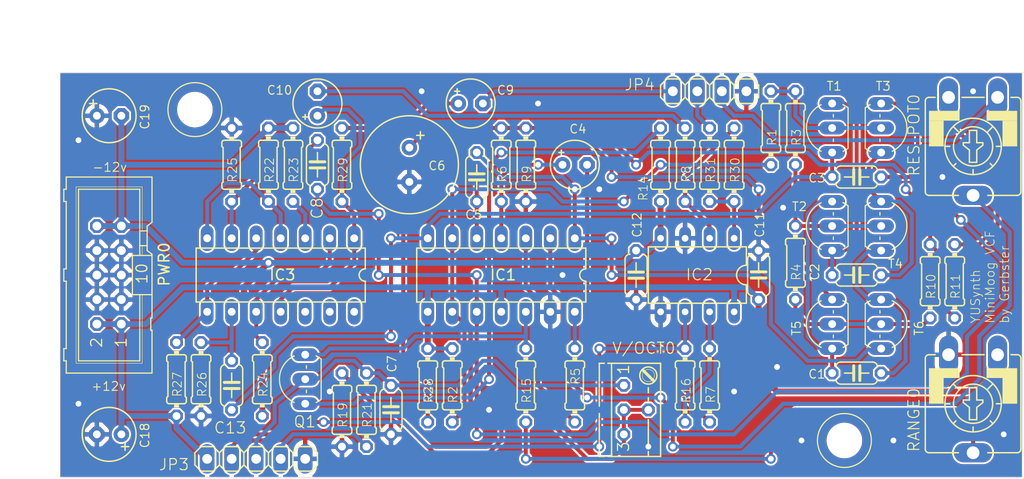
<source format=kicad_pcb>
(kicad_pcb (version 20240108) (generator "pcbnew") (generator_version "8.0")
  (layers (0 "F.Cu" signal) (31 "B.Cu" signal) (34 "B.Paste" user) (35 "F.Paste" user) (36 "B.SilkS" user "B.Silkscreen") (37 "F.SilkS" user "F.Silkscreen") (38 "B.Mask" user) (39 "F.Mask" user) (44 "Edge.Cuts" user))
  (net 0 "")
  (net 1 "+12V")
  (net 2 "N$2")
  (net 3 "N$3")
  (net 4 "N$4")
  (net 5 "N$5")
  (net 6 "N$6")
  (net 7 "N$7")
  (net 8 "N$8")
  (net 9 "N$9")
  (net 10 "N$10")
  (net 11 "N$11")
  (net 12 "N$1")
  (net 13 "N$12")
  (net 14 "N$14")
  (net 15 "GND")
  (net 16 "N$13")
  (net 17 "N$15")
  (net 18 "N$17")
  (net 19 "N$18")
  (net 20 "N$21")
  (net 21 "N$22")
  (net 22 "M_EMP_A")
  (net 23 "M_CV")
  (net 24 "N$25")
  (net 25 "-12V")
  (net 26 "N$26")
  (net 27 "M_AI")
  (net 28 "M_FREQ")
  (net 29 "N$34")
  (net 30 "N$35")
  (net 31 "N$36")
  (net 32 "N$38")
  (net 33 "N$39")
  (net 34 "N$40")
  (net 35 "N$42")
  (net 36 "M_EMP_B")
  (net 37 "N$32")
  (net 38 "N$41")
  (net 39 "N$43")
  (net 40 "M_OUT")
  (net 41 "N$16")
  (net 42 "N$19")
  (net 43 "N$20")
  (net 44 "N$23")
  (footprint "mainboard:DIL14" (layer "F.Cu") (at 121.5136 105.0036 180)
    (property "Reference" "IC3")
    (property "Value" "CA3046")
  )
  (footprint "mainboard:DIL14" (layer "F.Cu") (at 144.3736 105.0036 180)
    (property "Reference" "IC1")
    (property "Value" "CA3046")
  )
  (footprint "mainboard:1X05" (layer "F.Cu") (at 118.9736 124.0536 180)
    (property "Reference" "JP3")
    (property "Value" "")
  )
  (footprint "mainboard:ML10" (layer "F.Cu") (at 103.7336 105.0036 90)
    (property "Reference" "PWR0")
    (property "Value" "")
  )
  (footprint "mainboard:0204_7" (layer "F.Cu") (at 174.8536 89.7636 90)
    (property "Reference" "R3")
    (property "Value" "150")
  )
  (footprint "mainboard:CA9V" (layer "F.Cu") (at 193.2686 91.6686 180)
    (property "Reference" "RES_POT0")
    (property "Value" "1k")
  )
  (footprint "mainboard:E2,5-6" (layer "F.Cu") (at 103.7336 88.4936)
    (property "Reference" "C19")
    (property "Value" "10uF/50v")
  )
  (footprint "mainboard:1X04" (layer "F.Cu") (at 165.9636 85.9536 180)
    (property "Reference" "JP4")
    (property "Value" "")
  )
  (footprint "mainboard:0204_7" (layer "F.Cu") (at 163.4236 93.5736 90)
    (property "Reference" "R8")
    (property "Value" "56k")
  )
  (footprint "mainboard:0204_7" (layer "F.Cu") (at 119.6086 115.7986 90)
    (property "Reference" "R24")
    (property "Value" "220k")
  )
  (footprint "mainboard:0204_7" (layer "F.Cu") (at 136.7536 116.4336 90)
    (property "Reference" "R28")
    (property "Value" "180")
  )
  (footprint "mainboard:C050-024X044" (layer "F.Cu") (at 125.3236 93.5736 -90)
    (property "Reference" "C8")
    (property "Value" "220nf")
  )
  (footprint "mainboard:E3,5-10" (layer "F.Cu") (at 134.8486 93.5736 -90)
    (property "Reference" "C6")
    (property "Value" "220uf/50v")
  )
  (footprint "mainboard:0204_7" (layer "F.Cu") (at 191.3636 105.6386 90)
    (property "Reference" "R11")
    (property "Value" "330")
  )
  (footprint "mainboard:0204_7" (layer "F.Cu") (at 139.2936 116.4336 90)
    (property "Reference" "R2")
    (property "Value" "330")
  )
  (footprint "mainboard:TO92-CBE" (layer "F.Cu") (at 178.6636 99.9236 90)
    (property "Reference" "T2")
    (property "Value" "BC547C")
  )
  (footprint "mainboard:E2,5-6" (layer "F.Cu") (at 103.7336 121.5136 180)
    (property "Reference" "C18")
    (property "Value" "10uF/50v")
  )
  (footprint "mainboard:0204_7" (layer "F.Cu") (at 130.4036 118.9736 -90)
    (property "Reference" "R21")
    (property "Value" "150k")
  )
  (footprint "mainboard:0204_7" (layer "F.Cu") (at 165.9636 116.4336 90)
    (property "Reference" "R7")
    (property "Value" "10k")
  )
  (footprint "" (layer "F.Cu") (at 112.6236 87.8586)
    (property "Reference" "@HOLE0" (hide yes))
    (property "Value" "")
  )
  (footprint "mainboard:0204_7" (layer "F.Cu") (at 144.3736 93.5736 -90)
    (property "Reference" "R6")
    (property "Value" "470")
  )
  (footprint "mainboard:C050-024X044" (layer "F.Cu") (at 181.2036 115.1636)
    (property "Reference" "C1")
    (property "Value" "47nf")
  )
  (footprint "" (layer "F.Cu") (at 179.9336 122.1486)
    (property "Reference" "@HOLE1" (hide yes))
    (property "Value" "")
  )
  (footprint "mainboard:0204_7" (layer "F.Cu") (at 165.9636 93.5736 -90)
    (property "Reference" "R31")
    (property "Value" "1k")
  )
  (footprint "mainboard:TO92-CBE" (layer "F.Cu") (at 183.7436 89.7636 -90)
    (property "Reference" "T3")
    (property "Value" "BC547C")
  )
  (footprint "mainboard:0204_7" (layer "F.Cu") (at 113.2586 115.7986 90)
    (property "Reference" "R26")
    (property "Value" "47k")
  )
  (footprint "mainboard:0204_7" (layer "F.Cu") (at 151.9936 116.4336 -90)
    (property "Reference" "R5")
    (property "Value" "1k")
  )
  (footprint "mainboard:C050-024X044" (layer "F.Cu") (at 141.8336 94.8436 90)
    (property "Reference" "C5")
    (property "Value" "47nf")
  )
  (footprint "mainboard:0204_7" (layer "F.Cu") (at 168.5036 93.5736 90)
    (property "Reference" "R30")
    (property "Value" "120k")
  )
  (footprint "mainboard:C050-024X044" (layer "F.Cu") (at 181.2036 105.0036)
    (property "Reference" "C2")
    (property "Value" "47nf")
  )
  (footprint "mainboard:0204_7" (layer "F.Cu") (at 146.9136 116.4336 90)
    (property "Reference" "R15")
    (property "Value" "100k")
  )
  (footprint "mainboard:TO92-CBE" (layer "F.Cu") (at 178.6636 89.7636 90)
    (property "Reference" "T1")
    (property "Value" "BC547C")
  )
  (footprint "mainboard:C050-024X044" (layer "F.Cu") (at 158.3436 105.0036 -90)
    (property "Reference" "C12")
    (property "Value" ".1uf")
  )
  (footprint "mainboard:0204_7" (layer "F.Cu") (at 122.7836 93.5736 -90)
    (property "Reference" "R23")
    (property "Value" "1k")
  )
  (footprint "mainboard:DIL08" (layer "F.Cu") (at 164.6936 105.0036 180)
    (property "Reference" "IC2")
    (property "Value" "TL072P")
  )
  (footprint "mainboard:C050-024X044" (layer "F.Cu") (at 116.4336 116.4336 -90)
    (property "Reference" "C13")
    (property "Value" "220nf")
  )
  (footprint "mainboard:S64YW" (layer "F.Cu") (at 158.3436 118.9736 90)
    (property "Reference" "V/OCT0")
    (property "Value" "500")
  )
  (footprint "mainboard:CA9V" (layer "F.Cu") (at 193.2686 118.3386 180)
    (property "Reference" "RANGE0")
    (property "Value" "10k")
  )
  (footprint "mainboard:0204_7" (layer "F.Cu") (at 146.9136 93.5736 90)
    (property "Reference" "R9")
    (property "Value" "220")
  )
  (footprint "mainboard:TO92-CBE" (layer "F.Cu") (at 183.7436 110.0836 -90)
    (property "Reference" "T6")
    (property "Value" "BC547C")
  )
  (footprint "mainboard:C050-024X044" (layer "F.Cu") (at 171.0436 105.0036 90)
    (property "Reference" "C11")
    (property "Value" ".1uf")
  )
  (footprint "mainboard:TO92-CBE" (layer "F.Cu") (at 178.6636 110.0836 90)
    (property "Reference" "T5")
    (property "Value" "BC547C")
  )
  (footprint "mainboard:0204_7" (layer "F.Cu") (at 116.4336 93.5736 -90)
    (property "Reference" "R25")
    (property "Value" "47k")
  )
  (footprint "mainboard:0204_7" (layer "F.Cu") (at 160.8836 93.5736 90)
    (property "Reference" "R14")
    (property "Value" "470")
  )
  (footprint "mainboard:TO92-CBE" (layer "F.Cu") (at 183.7436 99.9236 -90)
    (property "Reference" "T4")
    (property "Value" "BC547C")
  )
  (footprint "mainboard:E2,5-5" (layer "F.Cu") (at 141.1986 87.2236)
    (property "Reference" "C9")
    (property "Value" "10uf/50v")
  )
  (footprint "mainboard:0204_7" (layer "F.Cu") (at 172.3136 89.7636 -90)
    (property "Reference" "R1")
    (property "Value" "150")
  )
  (footprint "mainboard:0204_7" (layer "F.Cu") (at 127.8636 118.9736 90)
    (property "Reference" "R19")
    (property "Value" "1.8k")
  )
  (footprint "mainboard:0204_7" (layer "F.Cu") (at 127.8636 93.5736 90)
    (property "Reference" "R29")
    (property "Value" "1k")
  )
  (footprint "mainboard:0204_7" (layer "F.Cu") (at 163.4236 116.4336 90)
    (property "Reference" "R16")
    (property "Value" "56k")
  )
  (footprint "mainboard:0204_7" (layer "F.Cu") (at 120.2436 93.5736 -90)
    (property "Reference" "R22")
    (property "Value" "220k")
  )
  (footprint "mainboard:E2,5-5" (layer "F.Cu") (at 125.3236 87.2236 90)
    (property "Reference" "C10")
    (property "Value" "10uf/50v")
  )
  (footprint "mainboard:0204_7" (layer "F.Cu") (at 188.8236 105.6386 -90)
    (property "Reference" "R10")
    (property "Value" "150")
  )
  (footprint "mainboard:C050-024X044" (layer "F.Cu") (at 132.9436 118.9736 90)
    (property "Reference" "C7")
    (property "Value" "100p")
  )
  (footprint "mainboard:0204_7" (layer "F.Cu") (at 110.7186 115.7986 -90)
    (property "Reference" "R27")
    (property "Value" "22")
  )
  (footprint "mainboard:E2,5-5" (layer "F.Cu") (at 151.9936 93.5736)
    (property "Reference" "C4")
    (property "Value" "10uf/50v")
  )
  (footprint "mainboard:0204_7" (layer "F.Cu") (at 174.8536 103.7336 90)
    (property "Reference" "R4")
    (property "Value" "150")
  )
  (footprint "mainboard:C050-024X044" (layer "F.Cu") (at 181.2036 94.8436)
    (property "Reference" "C3")
    (property "Value" "47nf")
  )
  (footprint "mainboard:TO92-EBC" (layer "F.Cu") (at 122.7836 115.7986 90)
    (property "Reference" "Q1")
    (property "Value" "BC557C")
  )
  (gr_circle (center 179.9336 122.1486) (end 182.7276 122.1486) (stroke (width 0.127)) (fill none) (layer "F.SilkS"))
  (gr_circle (center 112.6236 87.8586) (end 115.4176 87.8586) (stroke (width 0.127)) (fill none) (layer "F.SilkS"))
  (gr_line (start 101.1936 84.0486) (end 100.5586 84.0486) (stroke (width 0.05)) (layer "Edge.Cuts"))
  (gr_line (start 98.6536 125.9586) (end 198.3486 125.9586) (stroke (width 0.05)) (layer "Edge.Cuts"))
  (gr_line (start 198.3486 84.0486) (end 101.1936 84.0486) (stroke (width 0.05)) (layer "Edge.Cuts"))
  (gr_line (start 198.3486 125.9586) (end 198.3486 84.0486) (stroke (width 0.05)) (layer "Edge.Cuts"))
  (gr_line (start 98.6536 84.0486) (end 98.6536 125.9586) (stroke (width 0.05)) (layer "Edge.Cuts"))
  (gr_line (start 100.5586 84.0486) (end 98.6536 84.0486) (stroke (width 0.05)) (layer "Edge.Cuts"))
  (gr_text "+12v" (at 101.8286 117.0686 0) (layer "F.SilkS") (effects (font (size 0.9144 0.9144) (thickness 0.1016)) (justify left bottom)))
  (gr_text "YUSynth\nMiniMoog VCF\nby Gerbster" (at 197.0786 110.0836 90) (layer "F.SilkS") (effects (font (size 0.93472 0.93472) (thickness 0.08128)) (justify left bottom)))
  (gr_text "-12v" (at 101.946166 94.365064 0) (layer "F.SilkS") (effects (font (size 0.9144 0.9144) (thickness 0.1016)) (justify left bottom)))
  (segment (start 195.8086 115.1636) (end 193.9036 117.0686) (width 0.6096) (layer "F.Cu") (net 1))
  (segment (start 193.9036 117.0686) (end 172.9486 117.0686) (width 0.6096) (layer "F.Cu") (net 1))
  (segment (start 195.8086 113.2586) (end 195.8086 115.1636) (width 0.6096) (layer "F.Cu") (net 1))
  (segment (start 136.7536 108.8136) (end 136.7536 112.6236) (width 0.6096) (layer "F.Cu") (net 1))
  (segment (start 172.9486 117.0686) (end 171.0436 115.1636) (width 0.6096) (layer "F.Cu") (net 1))
  (segment (start 171.0436 115.1636) (end 171.0436 107.5436) (width 0.6096) (layer "F.Cu") (net 1))
  (segment (start 144.3736 106.2736) (end 168.5036 106.2736) (width 0.6096) (layer "B.Cu") (net 1))
  (segment (start 107.5436 110.0836) (end 111.3536 106.2736) (width 0.6096) (layer "B.Cu") (net 1))
  (segment (start 144.3736 108.8136) (end 144.3736 106.2736) (width 0.6096) (layer "B.Cu") (net 1))
  (segment (start 105.0036 119.6086) (end 110.7186 119.6086) (width 0.6096) (layer "B.Cu") (net 1))
  (segment (start 105.0036 121.5136) (end 105.0036 119.6086) (width 0.6096) (layer "B.Cu") (net 1))
  (segment (start 105.0036 110.0836) (end 107.5436 110.0836) (width 0.6096) (layer "B.Cu") (net 1))
  (segment (start 105.0036 121.5136) (end 105.0036 110.0836) (width 0.6096) (layer "B.Cu") (net 1))
  (segment (start 102.4636 110.0836) (end 105.0036 110.0836) (width 0.6096) (layer "B.Cu") (net 1))
  (segment (start 111.3536 106.2736) (end 136.7536 106.2736) (width 0.6096) (layer "B.Cu") (net 1))
  (segment (start 110.7186 120.8786) (end 110.7186 119.6086) (width 0.6096) (layer "B.Cu") (net 1))
  (segment (start 169.7736 106.2736) (end 171.0436 107.5436) (width 0.6096) (layer "B.Cu") (net 1))
  (segment (start 113.8936 124.0536) (end 110.7186 120.8786) (width 0.6096) (layer "B.Cu") (net 1))
  (segment (start 168.5036 106.2736) (end 169.7736 106.2736) (width 0.6096) (layer "B.Cu") (net 1))
  (segment (start 136.7536 112.6236) (end 139.2936 112.6236) (width 0.4064) (layer "B.Cu") (net 1))
  (segment (start 168.5036 108.8136) (end 168.5036 106.2736) (width 0.6096) (layer "B.Cu") (net 1))
  (segment (start 136.7536 106.2736) (end 136.7536 108.8136) (width 0.6096) (layer "B.Cu") (net 1))
  (segment (start 144.3736 106.2736) (end 136.7536 106.2736) (width 0.6096) (layer "B.Cu") (net 1))
  (segment (start 160.8836 93.5736) (end 157.0736 97.3836) (width 0.4064) (layer "F.Cu") (net 2))
  (segment (start 139.2936 96.1136) (end 139.2936 101.1936) (width 0.4064) (layer "F.Cu") (net 2))
  (segment (start 140.5636 110.0836) (end 140.5636 118.9736) (width 0.4064) (layer "F.Cu") (net 2))
  (segment (start 139.2936 108.8136) (end 140.5636 110.0836) (width 0.4064) (layer "F.Cu") (net 2))
  (segment (start 140.5636 118.9736) (end 139.2936 120.2436) (width 0.4064) (layer "F.Cu") (net 2))
  (segment (start 139.2936 101.1936) (end 139.2936 108.8136) (width 0.4064) (layer "F.Cu") (net 2))
  (via (at 139.2936 96.1136) (size 1.0064) (drill 0.6) (layers "F.Cu" "B.Cu") (net 2))
  (via (at 160.8836 93.5736) (size 1.0064) (drill 0.6) (layers "F.Cu" "B.Cu") (net 2))
  (via (at 157.0736 97.3836) (size 1.0064) (drill 0.6) (layers "F.Cu" "B.Cu") (net 2))
  (segment (start 150.7236 97.3836) (end 149.4536 96.1136) (width 0.4064) (layer "B.Cu") (net 2))
  (segment (start 157.0736 97.3836) (end 150.7236 97.3836) (width 0.4064) (layer "B.Cu") (net 2))
  (segment (start 149.4536 96.1136) (end 139.2936 96.1136) (width 0.4064) (layer "B.Cu") (net 2))
  (segment (start 172.3136 93.5736) (end 160.8836 93.5736) (width 0.4064) (layer "B.Cu") (net 2))
  (segment (start 178.6636 92.3036) (end 178.6636 94.8436) (width 0.4064) (layer "F.Cu") (net 3))
  (segment (start 132.9436 111.3536) (end 132.9436 101.1936) (width 0.4064) (layer "F.Cu") (net 3))
  (via (at 132.9436 101.1936) (size 1.0064) (drill 0.6) (layers "F.Cu" "B.Cu") (net 3))
  (via (at 132.9436 111.3536) (size 1.0064) (drill 0.6) (layers "F.Cu" "B.Cu") (net 3))
  (segment (start 174.8536 94.8436) (end 178.6636 94.8436) (width 0.4064) (layer "B.Cu") (net 3))
  (segment (start 116.4336 118.9736) (end 120.8786 114.5286) (width 0.4064) (layer "B.Cu") (net 3))
  (segment (start 171.0436 98.6536) (end 174.8536 94.8436) (width 0.4064) (layer "B.Cu") (net 3))
  (segment (start 138.0236 98.6536) (end 136.7536 99.9236) (width 0.4064) (layer "B.Cu") (net 3))
  (segment (start 171.0436 98.6536) (end 138.0236 98.6536) (width 0.4064) (layer "B.Cu") (net 3))
  (segment (start 120.8786 114.5286) (end 120.8786 113.2586) (width 0.4064) (layer "B.Cu") (net 3))
  (segment (start 136.7536 99.9236) (end 136.7536 101.1936) (width 0.4064) (layer "B.Cu") (net 3))
  (segment (start 122.7836 111.3536) (end 132.9436 111.3536) (width 0.4064) (layer "B.Cu") (net 3))
  (segment (start 132.9436 101.1936) (end 136.7536 101.1936) (width 0.4064) (layer "B.Cu") (net 3))
  (segment (start 120.8786 113.2586) (end 122.7836 111.3536) (width 0.4064) (layer "B.Cu") (net 3))
  (segment (start 191.9986 99.2886) (end 187.5536 94.8436) (width 0.4064) (layer "F.Cu") (net 4))
  (segment (start 183.7436 87.2236) (end 186.2836 87.2236) (width 0.4064) (layer "F.Cu") (net 4))
  (segment (start 186.2836 87.2236) (end 187.5536 88.4936) (width 0.4064) (layer "F.Cu") (net 4))
  (segment (start 141.8336 108.8136) (end 141.8336 121.5136) (width 0.4064) (layer "F.Cu") (net 4))
  (segment (start 187.5536 88.4936) (end 187.5536 94.8436) (width 0.4064) (layer "F.Cu") (net 4))
  (segment (start 131.6736 98.6536) (end 131.6736 105.0036) (width 0.4064) (layer "F.Cu") (net 4))
  (segment (start 141.8336 105.0036) (end 141.8336 108.8136) (width 0.4064) (layer "F.Cu") (net 4))
  (segment (start 187.5536 94.8436) (end 183.7436 94.8436) (width 0.4064) (layer "F.Cu") (net 4))
  (via (at 131.6736 98.6536) (size 1.0064) (drill 0.6) (layers "F.Cu" "B.Cu") (net 4))
  (via (at 191.9986 99.2886) (size 1.0064) (drill 0.6) (layers "F.Cu" "B.Cu") (net 4))
  (via (at 141.8336 121.5136) (size 1.0064) (drill 0.6) (layers "F.Cu" "B.Cu") (net 4))
  (via (at 141.8336 105.0036) (size 1.0064) (drill 0.6) (layers "F.Cu" "B.Cu") (net 4))
  (via (at 131.6736 105.0036) (size 1.0064) (drill 0.6) (layers "F.Cu" "B.Cu") (net 4))
  (segment (start 131.6736 105.0036) (end 141.8336 105.0036) (width 0.4064) (layer "B.Cu") (net 4))
  (segment (start 172.9486 117.0686) (end 190.7286 117.0686) (width 0.4064) (layer "B.Cu") (net 4))
  (segment (start 168.5036 121.5136) (end 172.9486 117.0686) (width 0.4064) (layer "B.Cu") (net 4))
  (segment (start 190.7286 117.0686) (end 192.6336 115.1636) (width 0.4064) (layer "B.Cu") (net 4))
  (segment (start 196.4436 107.5436) (end 196.4436 103.7336) (width 0.4064) (layer "B.Cu") (net 4))
  (segment (start 159.6136 120.2436) (end 160.8836 121.5136) (width 0.4064) (layer "B.Cu") (net 4))
  (segment (start 125.3236 97.3836) (end 126.5936 98.6536) (width 0.4064) (layer "B.Cu") (net 4))
  (segment (start 154.5336 120.2436) (end 159.6136 120.2436) (width 0.4064) (layer "B.Cu") (net 4))
  (segment (start 126.5936 98.6536) (end 131.6736 98.6536) (width 0.4064) (layer "B.Cu") (net 4))
  (segment (start 141.8336 121.5136) (end 153.2636 121.5136) (width 0.4064) (layer "B.Cu") (net 4))
  (segment (start 125.3236 96.1136) (end 125.3236 97.3836) (width 0.4064) (layer "B.Cu") (net 4))
  (segment (start 192.6336 111.3536) (end 196.4436 107.5436) (width 0.4064) (layer "B.Cu") (net 4))
  (segment (start 153.2636 121.5136) (end 154.5336 120.2436) (width 0.4064) (layer "B.Cu") (net 4))
  (segment (start 160.8836 121.5136) (end 168.5036 121.5136) (width 0.4064) (layer "B.Cu") (net 4))
  (segment (start 192.6336 115.1636) (end 192.6336 111.3536) (width 0.4064) (layer "B.Cu") (net 4))
  (segment (start 196.4436 103.7336) (end 191.9986 99.2886) (width 0.4064) (layer "B.Cu") (net 4))
  (segment (start 179.9336 87.2236) (end 181.2036 88.4936) (width 0.4064) (layer "F.Cu") (net 5))
  (segment (start 178.6636 87.2236) (end 179.9336 87.2236) (width 0.4064) (layer "F.Cu") (net 5))
  (segment (start 181.2036 88.4936) (end 181.2036 101.1936) (width 0.4064) (layer "F.Cu") (net 5))
  (segment (start 181.2036 101.1936) (end 179.9336 102.4636) (width 0.4064) (layer "F.Cu") (net 5))
  (segment (start 179.9336 102.4636) (end 178.6636 102.4636) (width 0.4064) (layer "F.Cu") (net 5))
  (segment (start 178.6636 105.0036) (end 178.6636 102.4636) (width 0.4064) (layer "B.Cu") (net 5))
  (segment (start 182.4736 93.5736) (end 182.4736 96.1136) (width 0.4064) (layer "F.Cu") (net 6))
  (segment (start 182.4736 96.1136) (end 183.7436 97.3836) (width 0.4064) (layer "F.Cu") (net 6))
  (segment (start 183.7436 92.3036) (end 182.4736 93.5736) (width 0.4064) (layer "F.Cu") (net 6))
  (segment (start 185.6486 105.0036) (end 183.7436 105.0036) (width 0.4064) (layer "B.Cu") (net 6))
  (segment (start 185.6486 97.3836) (end 186.9186 98.6536) (width 0.4064) (layer "B.Cu") (net 6))
  (segment (start 183.7436 97.3836) (end 185.6486 97.3836) (width 0.4064) (layer "B.Cu") (net 6))
  (segment (start 186.9186 103.7336) (end 185.6486 105.0036) (width 0.4064) (layer "B.Cu") (net 6))
  (segment (start 186.9186 98.6536) (end 186.9186 103.7336) (width 0.4064) (layer "B.Cu") (net 6))
  (segment (start 178.6636 112.6236) (end 178.6636 115.1636) (width 0.4064) (layer "F.Cu") (net 7))
  (segment (start 176.1236 98.6536) (end 176.1236 111.3536) (width 0.4064) (layer "B.Cu") (net 7))
  (segment (start 177.3936 112.6236) (end 178.6636 112.6236) (width 0.4064) (layer "B.Cu") (net 7))
  (segment (start 176.1236 111.3536) (end 177.3936 112.6236) (width 0.4064) (layer "B.Cu") (net 7))
  (segment (start 177.3936 97.3836) (end 176.1236 98.6536) (width 0.4064) (layer "B.Cu") (net 7))
  (segment (start 178.6636 97.3836) (end 177.3936 97.3836) (width 0.4064) (layer "B.Cu") (net 7))
  (segment (start 185.0136 115.1636) (end 183.7436 115.1636) (width 0.4064) (layer "B.Cu") (net 8))
  (segment (start 186.2836 108.8136) (end 186.2836 113.8936) (width 0.4064) (layer "B.Cu") (net 8))
  (segment (start 181.2036 106.2736) (end 181.2036 103.7336) (width 0.4064) (layer "B.Cu") (net 8))
  (segment (start 185.0136 107.5436) (end 186.2836 108.8136) (width 0.4064) (layer "B.Cu") (net 8))
  (segment (start 181.2036 103.7336) (end 182.4736 102.4636) (width 0.4064) (layer "B.Cu") (net 8))
  (segment (start 183.7436 107.5436) (end 182.4736 107.5436) (width 0.4064) (layer "B.Cu") (net 8))
  (segment (start 182.4736 102.4636) (end 183.7436 102.4636) (width 0.4064) (layer "B.Cu") (net 8))
  (segment (start 182.4736 107.5436) (end 181.2036 106.2736) (width 0.4064) (layer "B.Cu") (net 8))
  (segment (start 186.2836 113.8936) (end 185.0136 115.1636) (width 0.4064) (layer "B.Cu") (net 8))
  (segment (start 183.7436 107.5436) (end 185.0136 107.5436) (width 0.4064) (layer "B.Cu") (net 8))
  (segment (start 174.8536 85.9536) (end 174.8536 88.4936) (width 0.4064) (layer "B.Cu") (net 9))
  (segment (start 176.1236 89.7636) (end 178.6636 89.7636) (width 0.4064) (layer "B.Cu") (net 9))
  (segment (start 174.8536 88.4936) (end 176.1236 89.7636) (width 0.4064) (layer "B.Cu") (net 9))
  (segment (start 183.7436 89.7636) (end 178.6636 89.7636) (width 0.4064) (layer "B.Cu") (net 9))
  (segment (start 172.3136 85.9536) (end 174.8536 85.9536) (width 0.4064) (layer "B.Cu") (net 9))
  (segment (start 174.8536 93.5736) (end 174.8536 99.9236) (width 0.4064) (layer "F.Cu") (net 10))
  (segment (start 178.6636 99.9236) (end 174.8536 99.9236) (width 0.4064) (layer "F.Cu") (net 10))
  (segment (start 183.7436 99.9236) (end 178.6636 99.9236) (width 0.4064) (layer "B.Cu") (net 10))
  (segment (start 188.1886 110.0836) (end 188.8236 109.4486) (width 0.4064) (layer "F.Cu") (net 11))
  (segment (start 176.1236 110.0836) (end 174.8536 108.8136) (width 0.4064) (layer "F.Cu") (net 11))
  (segment (start 178.6636 110.0836) (end 176.1236 110.0836) (width 0.4064) (layer "F.Cu") (net 11))
  (segment (start 174.8536 108.8136) (end 174.8536 107.5436) (width 0.4064) (layer "F.Cu") (net 11))
  (segment (start 183.7436 110.0836) (end 188.1886 110.0836) (width 0.4064) (layer "F.Cu") (net 11))
  (segment (start 178.6636 110.0836) (end 183.7436 110.0836) (width 0.4064) (layer "B.Cu") (net 11))
  (segment (start 155.8036 93.5736) (end 155.8036 94.8436) (width 0.4064) (layer "F.Cu") (net 12))
  (segment (start 171.0436 98.6536) (end 178.6636 107.5436) (width 0.4064) (layer "F.Cu") (net 12))
  (segment (start 141.8336 101.1936) (end 141.8336 97.3836) (width 0.4064) (layer "F.Cu") (net 12))
  (segment (start 153.2636 91.0336) (end 155.8036 93.5736) (width 0.4064) (layer "F.Cu") (net 12))
  (segment (start 140.5636 94.2086) (end 140.5636 91.6686) (width 0.4064) (layer "F.Cu") (net 12))
  (segment (start 171.0436 96.1136) (end 171.0436 98.6536) (width 0.4064) (layer "F.Cu") (net 12))
  (segment (start 141.1986 91.0336) (end 153.2636 91.0336) (width 0.4064) (layer "F.Cu") (net 12))
  (segment (start 141.8336 95.4786) (end 140.5636 94.2086) (width 0.4064) (layer "F.Cu") (net 12))
  (segment (start 141.8336 97.3836) (end 141.8336 95.4786) (width 0.4064) (layer "F.Cu") (net 12))
  (segment (start 140.5636 91.6686) (end 141.1986 91.0336) (width 0.4064) (layer "F.Cu") (net 12))
  (via (at 155.8036 94.8436) (size 1.0064) (drill 0.6) (layers "F.Cu" "B.Cu") (net 12))
  (via (at 171.0436 96.1136) (size 1.0064) (drill 0.6) (layers "F.Cu" "B.Cu") (net 12))
  (segment (start 169.7736 94.8436) (end 171.0436 96.1136) (width 0.4064) (layer "B.Cu") (net 12))
  (segment (start 155.8036 94.8436) (end 169.7736 94.8436) (width 0.4064) (layer "B.Cu") (net 12))
  (segment (start 155.8036 101.1936) (end 155.8036 105.0036) (width 0.4064) (layer "F.Cu") (net 13))
  (segment (start 151.9936 101.1936) (end 151.9936 96.1136) (width 0.4064) (layer "F.Cu") (net 13))
  (via (at 151.9936 96.1136) (size 1.0064) (drill 0.6) (layers "F.Cu" "B.Cu") (net 13))
  (via (at 155.8036 101.1936) (size 1.0064) (drill 0.6) (layers "F.Cu" "B.Cu") (net 13))
  (via (at 155.8036 105.0036) (size 1.0064) (drill 0.6) (layers "F.Cu" "B.Cu") (net 13))
  (segment (start 144.3736 94.8436) (end 141.8336 92.3036) (width 0.4064) (layer "B.Cu") (net 13))
  (segment (start 176.1236 113.8936) (end 181.2036 113.8936) (width 0.4064) (layer "B.Cu") (net 13))
  (segment (start 155.8036 105.0036) (end 171.0436 105.0036) (width 0.4064) (layer "B.Cu") (net 13))
  (segment (start 150.7236 94.8436) (end 144.3736 94.8436) (width 0.4064) (layer "B.Cu") (net 13))
  (segment (start 182.4736 112.6236) (end 183.7436 112.6236) (width 0.4064) (layer "B.Cu") (net 13))
  (segment (start 151.9936 96.1136) (end 150.7236 94.8436) (width 0.4064) (layer "B.Cu") (net 13))
  (segment (start 151.9936 101.1936) (end 155.8036 101.1936) (width 0.4064) (layer "B.Cu") (net 13))
  (segment (start 172.3136 106.2736) (end 172.3136 110.0836) (width 0.4064) (layer "B.Cu") (net 13))
  (segment (start 171.0436 105.0036) (end 172.3136 106.2736) (width 0.4064) (layer "B.Cu") (net 13))
  (segment (start 172.3136 110.0836) (end 176.1236 113.8936) (width 0.4064) (layer "B.Cu") (net 13))
  (segment (start 181.2036 113.8936) (end 182.4736 112.6236) (width 0.4064) (layer "B.Cu") (net 13))
  (segment (start 151.9936 108.8136) (end 151.9936 112.6236) (width 0.4064) (layer "B.Cu") (net 14))
  (via (at 100.5586 91.0336) (size 1.0064) (drill 0.6) (layers "F.Cu" "B.Cu") (net 15))
  (via (at 136.1186 85.9536) (size 1.0064) (drill 0.6) (layers "F.Cu" "B.Cu") (net 15))
  (via (at 173.5836 98.0186) (size 1.0064) (drill 0.6) (layers "F.Cu" "B.Cu") (net 15))
  (via (at 172.9486 114.5286) (size 1.0064) (drill 0.6) (layers "F.Cu" "B.Cu") (net 15))
  (via (at 175.4886 122.1486) (size 1.0064) (drill 0.6) (layers "F.Cu" "B.Cu") (net 15))
  (via (at 126.5936 117.0686) (size 1.0064) (drill 0.6) (layers "F.Cu" "B.Cu") (net 15))
  (via (at 159.6136 122.7836) (size 1.0064) (drill 0.6) (layers "F.Cu" "B.Cu") (net 15))
  (via (at 190.0936 94.8436) (size 1.0064) (drill 0.6) (layers "F.Cu" "B.Cu") (net 15))
  (via (at 100.5586 118.3386) (size 1.0064) (drill 0.6) (layers "F.Cu" "B.Cu") (net 15))
  (via (at 150.7236 105.0036) (size 1.0064) (drill 0.6) (layers "F.Cu" "B.Cu") (net 15))
  (via (at 185.0136 122.1486) (size 1.0064) (drill 0.6) (layers "F.Cu" "B.Cu") (net 15))
  (via (at 148.1836 87.2236) (size 1.0064) (drill 0.6) (layers "F.Cu" "B.Cu") (net 15))
  (via (at 196.4436 121.5136) (size 1.0064) (drill 0.6) (layers "F.Cu" "B.Cu") (net 15))
  (via (at 143.1036 118.9736) (size 1.0064) (drill 0.6) (layers "F.Cu" "B.Cu") (net 15))
  (via (at 193.2686 85.9536) (size 1.0064) (drill 0.6) (layers "F.Cu" "B.Cu") (net 15))
  (via (at 168.5036 117.0686) (size 1.0064) (drill 0.6) (layers "F.Cu" "B.Cu") (net 15))
  (via (at 154.5336 96.1136) (size 1.0064) (drill 0.6) (layers "F.Cu" "B.Cu") (net 15))
  (segment (start 148.1836 116.4336) (end 151.9936 120.2436) (width 0.4064) (layer "F.Cu") (net 16))
  (segment (start 146.9136 106.2736) (end 148.1836 107.5436) (width 0.4064) (layer "F.Cu") (net 16))
  (segment (start 148.1836 107.5436) (end 148.1836 116.4336) (width 0.4064) (layer "F.Cu") (net 16))
  (segment (start 146.9136 101.1936) (end 146.9136 106.2736) (width 0.4064) (layer "F.Cu") (net 16))
  (segment (start 145.6436 93.5736) (end 144.3736 94.8436) (width 0.4064) (layer "F.Cu") (net 17))
  (segment (start 144.3736 94.8436) (end 144.3736 97.3836) (width 0.4064) (layer "F.Cu") (net 17))
  (segment (start 148.1836 93.5736) (end 145.6436 93.5736) (width 0.4064) (layer "F.Cu") (net 17))
  (segment (start 144.3736 97.3836) (end 144.3736 101.1936) (width 0.4064) (layer "F.Cu") (net 17))
  (via (at 148.1836 93.5736) (size 1.0064) (drill 0.6) (layers "F.Cu" "B.Cu") (net 17))
  (segment (start 150.7236 93.5736) (end 148.1836 93.5736) (width 0.4064) (layer "B.Cu") (net 17))
  (segment (start 158.3436 93.5736) (end 154.5336 89.7636) (width 0.4064) (layer "F.Cu") (net 18))
  (segment (start 190.0936 108.1786) (end 191.3636 109.4486) (width 0.4064) (layer "F.Cu") (net 18))
  (segment (start 190.0936 103.0986) (end 190.0936 108.1786) (width 0.4064) (layer "F.Cu") (net 18))
  (segment (start 188.8236 98.6536) (end 188.8236 101.8286) (width 0.4064) (layer "F.Cu") (net 18))
  (segment (start 186.2836 96.1136) (end 188.8236 98.6536) (width 0.4064) (layer "F.Cu") (net 18))
  (segment (start 144.3736 89.7636) (end 146.9136 89.7636) (width 0.4064) (layer "F.Cu") (net 18))
  (segment (start 146.9136 89.7636) (end 136.7536 89.7636) (width 0.4064) (layer "F.Cu") (net 18))
  (segment (start 154.5336 89.7636) (end 146.9136 89.7636) (width 0.4064) (layer "F.Cu") (net 18))
  (segment (start 136.7536 89.7636) (end 134.8486 91.7956) (width 0.4064) (layer "F.Cu") (net 18))
  (segment (start 188.8236 101.8286) (end 190.0936 103.0986) (width 0.4064) (layer "F.Cu") (net 18))
  (via (at 158.3436 93.5736) (size 1.0064) (drill 0.6) (layers "F.Cu" "B.Cu") (net 18))
  (via (at 186.2836 96.1136) (size 1.0064) (drill 0.6) (layers "F.Cu" "B.Cu") (net 18))
  (segment (start 185.0136 93.5736) (end 186.2836 94.8436) (width 0.4064) (layer "B.Cu") (net 18))
  (segment (start 176.1236 92.3036) (end 177.3936 93.5736) (width 0.4064) (layer "B.Cu") (net 18))
  (segment (start 159.6136 92.3036) (end 176.1236 92.3036) (width 0.4064) (layer "B.Cu") (net 18))
  (segment (start 158.3436 93.5736) (end 159.6136 92.3036) (width 0.4064) (layer "B.Cu") (net 18))
  (segment (start 177.3936 93.5736) (end 185.0136 93.5736) (width 0.4064) (layer "B.Cu") (net 18))
  (segment (start 186.2836 94.8436) (end 186.2836 96.1136) (width 0.4064) (layer "B.Cu") (net 18))
  (segment (start 163.4236 117.7036) (end 163.4236 120.2436) (width 0.4064) (layer "B.Cu") (net 19))
  (segment (start 165.9636 115.1636) (end 163.4236 117.7036) (width 0.4064) (layer "B.Cu") (net 19))
  (segment (start 165.9636 108.8136) (end 165.9636 112.6236) (width 0.4064) (layer "B.Cu") (net 19))
  (segment (start 165.9636 112.6236) (end 165.9636 115.1636) (width 0.4064) (layer "B.Cu") (net 19))
  (segment (start 160.8836 117.7036) (end 162.1536 118.9736) (width 0.4064) (layer "F.Cu") (net 20))
  (segment (start 150.7236 115.1636) (end 153.2636 117.7036) (width 0.4064) (layer "F.Cu") (net 20))
  (segment (start 149.4536 106.2736) (end 150.7236 107.5436) (width 0.4064) (layer "F.Cu") (net 20))
  (segment (start 149.4536 101.1936) (end 149.4536 106.2736) (width 0.4064) (layer "F.Cu") (net 20))
  (segment (start 162.1536 118.9736) (end 162.1536 122.7836) (width 0.4064) (layer "F.Cu") (net 20))
  (segment (start 150.7236 107.5436) (end 150.7236 115.1636) (width 0.4064) (layer "F.Cu") (net 20))
  (via (at 162.1536 122.7836) (size 1.0064) (drill 0.6) (layers "F.Cu" "B.Cu") (net 20))
  (via (at 160.8836 117.7036) (size 1.0064) (drill 0.6) (layers "F.Cu" "B.Cu") (net 20))
  (via (at 153.2636 117.7036) (size 1.0064) (drill 0.6) (layers "F.Cu" "B.Cu") (net 20))
  (segment (start 193.2686 96.7486) (end 197.0786 100.5586) (width 0.4064) (layer "B.Cu") (net 20))
  (segment (start 197.0786 100.5586) (end 197.0786 108.1786) (width 0.4064) (layer "B.Cu") (net 20))
  (segment (start 191.3636 118.3386) (end 193.9036 115.7986) (width 0.4064) (layer "B.Cu") (net 20))
  (segment (start 169.1386 122.7836) (end 173.5836 118.3386) (width 0.4064) (layer "B.Cu") (net 20))
  (segment (start 173.5836 118.3386) (end 191.3636 118.3386) (width 0.4064) (layer "B.Cu") (net 20))
  (segment (start 153.2636 117.7036) (end 160.8836 117.7036) (width 0.4064) (layer "B.Cu") (net 20))
  (segment (start 162.1536 122.7836) (end 169.1386 122.7836) (width 0.4064) (layer "B.Cu") (net 20))
  (segment (start 197.0786 108.1786) (end 193.9036 111.3536) (width 0.4064) (layer "B.Cu") (net 20))
  (segment (start 193.9036 111.3536) (end 193.9036 115.7986) (width 0.4064) (layer "B.Cu") (net 20))
  (segment (start 190.7286 89.1286) (end 195.8086 94.2086) (width 0.4064) (layer "F.Cu") (net 21))
  (segment (start 195.8086 94.2086) (end 195.8086 99.9236) (width 0.4064) (layer "F.Cu") (net 21))
  (segment (start 195.8086 99.9236) (end 193.9036 101.8286) (width 0.4064) (layer "F.Cu") (net 21))
  (segment (start 193.9036 101.8286) (end 191.3636 101.8286) (width 0.4064) (layer "F.Cu") (net 21))
  (segment (start 190.7286 86.5886) (end 190.7286 89.1286) (width 0.4064) (layer "F.Cu") (net 21))
  (segment (start 167.2336 87.2236) (end 168.5036 88.4936) (width 0.4064) (layer "B.Cu") (net 22))
  (segment (start 195.8086 86.5886) (end 191.3636 91.0336) (width 0.4064) (layer "B.Cu") (net 22))
  (segment (start 170.4086 88.4936) (end 172.9486 91.0336) (width 0.4064) (layer "B.Cu") (net 22))
  (segment (start 172.9486 91.0336) (end 191.3636 91.0336) (width 0.4064) (layer "B.Cu") (net 22))
  (segment (start 167.2336 85.9536) (end 167.2336 87.2236) (width 0.4064) (layer "B.Cu") (net 22))
  (segment (start 168.5036 88.4936) (end 170.4086 88.4936) (width 0.4064) (layer "B.Cu") (net 22))
  (segment (start 143.7386 113.8936) (end 142.4686 113.8936) (width 0.4064) (layer "B.Cu") (net 23))
  (segment (start 146.2786 116.4336) (end 143.7386 113.8936) (width 0.4064) (layer "B.Cu") (net 23))
  (segment (start 129.1336 113.8936) (end 127.2286 113.8936) (width 0.4064) (layer "B.Cu") (net 23))
  (segment (start 130.4036 115.1636) (end 131.6736 115.1636) (width 0.4064) (layer "B.Cu") (net 23))
  (segment (start 157.0736 116.4336) (end 146.2786 116.4336) (width 0.4064) (layer "B.Cu") (net 23))
  (segment (start 131.6736 115.1636) (end 132.9436 116.4336) (width 0.4064) (layer "B.Cu") (net 23))
  (segment (start 118.9736 122.1486) (end 120.8786 120.2436) (width 0.4064) (layer "B.Cu") (net 23))
  (segment (start 127.2286 113.8936) (end 125.3236 115.7986) (width 0.4064) (layer "B.Cu") (net 23))
  (segment (start 118.9736 124.0536) (end 118.9736 122.1486) (width 0.4064) (layer "B.Cu") (net 23))
  (segment (start 120.8786 118.3386) (end 124.0536 115.7986) (width 0.4064) (layer "B.Cu") (net 23))
  (segment (start 142.4686 113.8936) (end 139.9286 116.4336) (width 0.4064) (layer "B.Cu") (net 23))
  (segment (start 139.9286 116.4336) (end 132.9436 116.4336) (width 0.4064) (layer "B.Cu") (net 23))
  (segment (start 120.8786 120.2436) (end 120.8786 118.3386) (width 0.4064) (layer "B.Cu") (net 23))
  (segment (start 130.4036 115.1636) (end 129.1336 113.8936) (width 0.4064) (layer "B.Cu") (net 23))
  (segment (start 125.3236 115.7986) (end 124.0536 115.7986) (width 0.4064) (layer "B.Cu") (net 23))
  (segment (start 143.1036 93.5736) (end 143.1036 115.7986) (width 0.4064) (layer "F.Cu") (net 24))
  (segment (start 144.3736 92.3036) (end 143.1036 93.5736) (width 0.4064) (layer "F.Cu") (net 24))
  (via (at 144.3736 92.3036) (size 1.0064) (drill 0.6) (layers "F.Cu" "B.Cu") (net 24))
  (via (at 143.1036 115.7986) (size 1.0064) (drill 0.6) (layers "F.Cu" "B.Cu") (net 24))
  (segment (start 129.7686 117.7036) (end 141.1986 117.7036) (width 0.4064) (layer "B.Cu") (net 24))
  (segment (start 158.3436 92.3036) (end 144.3736 92.3036) (width 0.4064) (layer "B.Cu") (net 24))
  (segment (start 160.8836 89.7636) (end 158.3436 92.3036) (width 0.4064) (layer "B.Cu") (net 24))
  (segment (start 129.1336 118.3386) (end 129.7686 117.7036) (width 0.4064) (layer "B.Cu") (net 24))
  (segment (start 143.1036 115.7986) (end 141.1986 117.7036) (width 0.4064) (layer "B.Cu") (net 24))
  (segment (start 124.0536 118.3386) (end 129.1336 118.3386) (width 0.4064) (layer "B.Cu") (net 24))
  (segment (start 119.6086 119.6086) (end 119.6086 114.5286) (width 0.6096) (layer "F.Cu") (net 25))
  (segment (start 119.6086 114.5286) (end 117.7036 112.6236) (width 0.6096) (layer "F.Cu") (net 25))
  (segment (start 160.8836 101.1936) (end 160.8836 97.3836) (width 0.6096) (layer "F.Cu") (net 25))
  (segment (start 117.7036 112.6236) (end 117.7036 106.2736) (width 0.6096) (layer "F.Cu") (net 25))
  (segment (start 117.7036 106.2736) (end 120.2436 103.7336) (width 0.6096) (layer "F.Cu") (net 25))
  (via (at 120.2436 103.7336) (size 1.0064) (drill 0.6) (layers "F.Cu" "B.Cu") (net 25))
  (segment (start 105.0036 88.4936) (end 105.0036 93.5736) (width 0.6096) (layer "B.Cu") (net 25))
  (segment (start 122.7836 89.7636) (end 120.2436 89.7636) (width 0.6096) (layer "B.Cu") (net 25))
  (segment (start 157.0736 103.7336) (end 158.3436 102.4636) (width 0.6096) (layer "B.Cu") (net 25))
  (segment (start 160.8836 101.1936) (end 159.6136 102.4636) (width 0.6096) (layer "B.Cu") (net 25))
  (segment (start 159.6136 102.4636) (end 158.3436 102.4636) (width 0.6096) (layer "B.Cu") (net 25))
  (segment (start 120.2436 89.7636) (end 116.4336 93.5736) (width 0.6096) (layer "B.Cu") (net 25))
  (segment (start 102.4636 99.9236) (end 105.0036 99.9236) (width 0.6096) (layer "B.Cu") (net 25))
  (segment (start 105.0036 99.9236) (end 107.5436 99.9236) (width 0.6096) (layer "B.Cu") (net 25))
  (segment (start 116.4336 93.5736) (end 105.0036 93.5736) (width 0.6096) (layer "B.Cu") (net 25))
  (segment (start 111.3536 103.7336) (end 120.2436 103.7336) (width 0.6096) (layer "B.Cu") (net 25))
  (segment (start 107.5436 99.9236) (end 111.3536 103.7336) (width 0.6096) (layer "B.Cu") (net 25))
  (segment (start 120.2436 103.7336) (end 157.0736 103.7336) (width 0.6096) (layer "B.Cu") (net 25))
  (segment (start 105.0036 93.5736) (end 105.0036 99.9236) (width 0.6096) (layer "B.Cu") (net 25))
  (segment (start 174.8536 118.9736) (end 172.3136 121.5136) (width 0.4064) (layer "F.Cu") (net 26))
  (segment (start 172.3136 121.5136) (end 172.3136 124.0536) (width 0.4064) (layer "F.Cu") (net 26))
  (segment (start 191.3636 118.9736) (end 174.8536 118.9736) (width 0.4064) (layer "F.Cu") (net 26))
  (segment (start 193.2686 120.8786) (end 191.3636 118.9736) (width 0.4064) (layer "F.Cu") (net 26))
  (segment (start 146.9136 120.2436) (end 146.9136 124.0536) (width 0.4064) (layer "F.Cu") (net 26))
  (segment (start 193.2686 123.4186) (end 193.2686 120.8786) (width 0.4064) (layer "F.Cu") (net 26))
  (via (at 172.3136 124.0536) (size 1.0064) (drill 0.6) (layers "F.Cu" "B.Cu") (net 26))
  (via (at 146.9136 124.0536) (size 1.0064) (drill 0.6) (layers "F.Cu" "B.Cu") (net 26))
  (segment (start 146.9136 124.0536) (end 172.3136 124.0536) (width 0.4064) (layer "B.Cu") (net 26))
  (segment (start 116.4336 124.0536) (end 116.4336 122.7836) (width 0.4064) (layer "F.Cu") (net 27))
  (segment (start 120.8786 121.5136) (end 122.1486 120.2436) (width 0.4064) (layer "F.Cu") (net 27))
  (segment (start 122.1486 120.2436) (end 125.9586 120.2436) (width 0.4064) (layer "F.Cu") (net 27))
  (segment (start 116.4336 122.7836) (end 117.7036 121.5136) (width 0.4064) (layer "F.Cu") (net 27))
  (segment (start 154.5336 122.7836) (end 154.5336 112.6236) (width 0.4064) (layer "F.Cu") (net 27))
  (segment (start 117.7036 121.5136) (end 120.8786 121.5136) (width 0.4064) (layer "F.Cu") (net 27))
  (via (at 154.5336 112.6236) (size 1.0064) (drill 0.6) (layers "F.Cu" "B.Cu") (net 27))
  (via (at 125.9586 120.2436) (size 1.0064) (drill 0.6) (layers "F.Cu" "B.Cu") (net 27))
  (via (at 154.5336 122.7836) (size 1.0064) (drill 0.6) (layers "F.Cu" "B.Cu") (net 27))
  (segment (start 125.9586 120.2436) (end 134.2136 120.2436) (width 0.4064) (layer "B.Cu") (net 27))
  (segment (start 134.2136 120.2436) (end 136.7536 122.7836) (width 0.4064) (layer "B.Cu") (net 27))
  (segment (start 136.7536 122.7836) (end 154.5336 122.7836) (width 0.4064) (layer "B.Cu") (net 27))
  (segment (start 163.4236 108.8136) (end 163.4236 112.6236) (width 0.4064) (layer "B.Cu") (net 27))
  (segment (start 154.5336 112.6236) (end 163.4236 112.6236) (width 0.4064) (layer "B.Cu") (net 27))
  (segment (start 122.7836 121.5136) (end 129.1336 121.5136) (width 0.4064) (layer "B.Cu") (net 28))
  (segment (start 129.1336 121.5136) (end 130.4036 122.7836) (width 0.4064) (layer "B.Cu") (net 28))
  (segment (start 121.5136 124.0536) (end 121.5136 122.7836) (width 0.4064) (layer "B.Cu") (net 28))
  (segment (start 121.5136 122.7836) (end 122.7836 121.5136) (width 0.4064) (layer "B.Cu") (net 28))
  (segment (start 121.5136 101.1936) (end 121.5136 98.6536) (width 0.4064) (layer "B.Cu") (net 29))
  (segment (start 121.5136 98.6536) (end 120.2436 97.3836) (width 0.4064) (layer "B.Cu") (net 29))
  (segment (start 120.2436 97.3836) (end 118.3386 95.4786) (width 0.4064) (layer "B.Cu") (net 29))
  (segment (start 118.3386 95.4786) (end 115.7986 95.4786) (width 0.4064) (layer "B.Cu") (net 29))
  (segment (start 115.7986 95.4786) (end 113.8936 97.3836) (width 0.4064) (layer "B.Cu") (net 29))
  (segment (start 113.8936 97.3836) (end 113.8936 101.1936) (width 0.4064) (layer "B.Cu") (net 29))
  (segment (start 124.0536 101.1936) (end 124.0536 98.6536) (width 0.4064) (layer "B.Cu") (net 30))
  (segment (start 124.0536 98.6536) (end 122.7836 97.3836) (width 0.4064) (layer "B.Cu") (net 30))
  (segment (start 119.6086 111.9886) (end 118.9736 111.3536) (width 0.4064) (layer "F.Cu") (net 31))
  (segment (start 121.5136 105.0036) (end 125.3236 105.0036) (width 0.4064) (layer "F.Cu") (net 31))
  (segment (start 126.5936 103.7336) (end 126.5936 101.1936) (width 0.4064) (layer "F.Cu") (net 31))
  (segment (start 125.3236 105.0036) (end 126.5936 103.7336) (width 0.4064) (layer "F.Cu") (net 31))
  (segment (start 118.9736 107.5436) (end 121.5136 105.0036) (width 0.4064) (layer "F.Cu") (net 31))
  (segment (start 118.9736 108.8136) (end 118.9736 107.5436) (width 0.4064) (layer "F.Cu") (net 31))
  (segment (start 118.9736 111.3536) (end 118.9736 108.8136) (width 0.4064) (layer "F.Cu") (net 31))
  (segment (start 115.1636 105.0036) (end 116.4336 105.0036) (width 0.4064) (layer "F.Cu") (net 32))
  (segment (start 118.9736 102.4636) (end 118.9736 101.1936) (width 0.4064) (layer "F.Cu") (net 32))
  (segment (start 113.8936 106.2736) (end 115.1636 105.0036) (width 0.4064) (layer "F.Cu") (net 32))
  (segment (start 116.4336 105.0036) (end 118.9736 102.4636) (width 0.4064) (layer "F.Cu") (net 32))
  (segment (start 113.8936 108.8136) (end 113.8936 106.2736) (width 0.4064) (layer "F.Cu") (net 32))
  (segment (start 110.7186 111.9886) (end 113.8936 108.8136) (width 0.4064) (layer "B.Cu") (net 32))
  (segment (start 129.1336 98.6536) (end 127.8636 97.3836) (width 0.4064) (layer "F.Cu") (net 33))
  (segment (start 121.5136 108.8136) (end 121.5136 107.5436) (width 0.4064) (layer "F.Cu") (net 33))
  (segment (start 122.7836 106.2736) (end 126.5936 106.2736) (width 0.4064) (layer "F.Cu") (net 33))
  (segment (start 126.5936 106.2736) (end 129.1336 103.7336) (width 0.4064) (layer "F.Cu") (net 33))
  (segment (start 129.1336 101.1936) (end 129.1336 98.6536) (width 0.4064) (layer "F.Cu") (net 33))
  (segment (start 129.1336 103.7336) (end 129.1336 101.1936) (width 0.4064) (layer "F.Cu") (net 33))
  (segment (start 121.5136 107.5436) (end 122.7836 106.2736) (width 0.4064) (layer "F.Cu") (net 33))
  (segment (start 128.4986 87.8586) (end 129.7686 89.1286) (width 0.4064) (layer "B.Cu") (net 33))
  (segment (start 129.7686 91.6686) (end 127.8636 93.5736) (width 0.4064) (layer "B.Cu") (net 33))
  (segment (start 129.7686 89.1286) (end 129.7686 91.6686) (width 0.4064) (layer "B.Cu") (net 33))
  (segment (start 127.8636 93.5736) (end 127.8636 97.3836) (width 0.4064) (layer "B.Cu") (net 33))
  (segment (start 125.9586 87.8586) (end 128.4986 87.8586) (width 0.4064) (layer "B.Cu") (net 33))
  (segment (start 125.3236 88.4936) (end 125.9586 87.8586) (width 0.4064) (layer "B.Cu") (net 33))
  (segment (start 134.2136 89.7636) (end 131.0386 89.7636) (width 0.4064) (layer "F.Cu") (net 34))
  (segment (start 136.7536 120.2436) (end 136.7536 116.4336) (width 0.4064) (layer "F.Cu") (net 34))
  (segment (start 136.7536 87.2236) (end 134.2136 89.7636) (width 0.4064) (layer "F.Cu") (net 34))
  (segment (start 134.2136 113.8936) (end 134.2136 98.6536) (width 0.4064) (layer "F.Cu") (net 34))
  (segment (start 131.0386 95.4786) (end 131.0386 89.7636) (width 0.4064) (layer "F.Cu") (net 34))
  (segment (start 139.9286 87.2236) (end 136.7536 87.2236) (width 0.4064) (layer "F.Cu") (net 34))
  (segment (start 131.0386 89.7636) (end 127.8636 89.7636) (width 0.4064) (layer "F.Cu") (net 34))
  (segment (start 134.2136 98.6536) (end 131.0386 95.4786) (width 0.4064) (layer "F.Cu") (net 34))
  (segment (start 136.7536 116.4336) (end 134.2136 113.8936) (width 0.4064) (layer "F.Cu") (net 34))
  (segment (start 116.4336 97.3836) (end 121.5136 92.3036) (width 0.4064) (layer "F.Cu") (net 35))
  (segment (start 121.5136 92.3036) (end 124.0536 92.3036) (width 0.4064) (layer "F.Cu") (net 35))
  (segment (start 124.0536 92.3036) (end 125.3236 91.0336) (width 0.4064) (layer "F.Cu") (net 35))
  (segment (start 116.4336 101.1936) (end 116.4336 97.3836) (width 0.4064) (layer "B.Cu") (net 35))
  (segment (start 162.1536 85.9536) (end 143.7386 85.9536) (width 0.4064) (layer "B.Cu") (net 36))
  (segment (start 143.7386 85.9536) (end 142.4686 87.2236) (width 0.4064) (layer "B.Cu") (net 36))
  (segment (start 163.4236 89.7636) (end 162.1536 88.4936) (width 0.4064) (layer "B.Cu") (net 37))
  (segment (start 136.7536 88.4936) (end 134.2136 85.9536) (width 0.4064) (layer "B.Cu") (net 37))
  (segment (start 162.1536 88.4936) (end 136.7536 88.4936) (width 0.4064) (layer "B.Cu") (net 37))
  (segment (start 134.2136 85.9536) (end 125.3236 85.9536) (width 0.4064) (layer "B.Cu") (net 37))
  (segment (start 168.5036 97.3836) (end 168.5036 101.1936) (width 0.4064) (layer "F.Cu") (net 38))
  (segment (start 168.5036 97.3836) (end 165.9636 97.3836) (width 0.4064) (layer "B.Cu") (net 38))
  (segment (start 163.4236 94.8436) (end 168.5036 89.7636) (width 0.4064) (layer "F.Cu") (net 39))
  (segment (start 165.9636 101.1936) (end 165.9636 99.9236) (width 0.4064) (layer "F.Cu") (net 39))
  (segment (start 163.4236 97.3836) (end 163.4236 94.8436) (width 0.4064) (layer "F.Cu") (net 39))
  (segment (start 165.9636 99.9236) (end 163.4236 97.3836) (width 0.4064) (layer "F.Cu") (net 39))
  (segment (start 164.6936 88.4936) (end 165.9636 89.7636) (width 0.4064) (layer "B.Cu") (net 40))
  (segment (start 164.6936 85.9536) (end 164.6936 88.4936) (width 0.4064) (layer "B.Cu") (net 40))
  (segment (start 160.8836 115.1636) (end 165.9636 120.2436) (width 0.4064) (layer "F.Cu") (net 41))
  (segment (start 153.2636 107.5436) (end 155.8036 110.0836) (width 0.4064) (layer "F.Cu") (net 41))
  (segment (start 155.8036 110.0836) (end 158.3436 110.0836) (width 0.4064) (layer "F.Cu") (net 41))
  (segment (start 158.3436 110.0836) (end 160.8836 112.6236) (width 0.4064) (layer "F.Cu") (net 41))
  (segment (start 153.2636 93.5736) (end 153.2636 107.5436) (width 0.4064) (layer "F.Cu") (net 41))
  (segment (start 160.8836 112.6236) (end 160.8836 115.1636) (width 0.4064) (layer "F.Cu") (net 41))
  (segment (start 131.6736 118.9736) (end 132.9436 118.9736) (width 0.4064) (layer "F.Cu") (net 42))
  (segment (start 157.0736 121.5136) (end 157.0736 118.9736) (width 0.4064) (layer "F.Cu") (net 42))
  (segment (start 132.9436 118.9736) (end 137.3886 123.4186) (width 0.4064) (layer "F.Cu") (net 42))
  (segment (start 143.1036 123.4186) (end 144.3736 122.1486) (width 0.4064) (layer "F.Cu") (net 42))
  (segment (start 144.3736 122.1486) (end 144.3736 119.6086) (width 0.4064) (layer "F.Cu") (net 42))
  (segment (start 157.0736 118.9736) (end 159.6136 118.9736) (width 0.4064) (layer "F.Cu") (net 42))
  (segment (start 153.2636 124.0536) (end 155.8036 124.0536) (width 0.4064) (layer "F.Cu") (net 42))
  (segment (start 155.8036 124.0536) (end 157.0736 122.7836) (width 0.4064) (layer "F.Cu") (net 42))
  (segment (start 144.3736 119.6086) (end 145.6436 118.3386) (width 0.4064) (layer "F.Cu") (net 42))
  (segment (start 137.3886 123.4186) (end 143.1036 123.4186) (width 0.4064) (layer "F.Cu") (net 42))
  (segment (start 147.5486 118.3386) (end 153.2636 124.0536) (width 0.4064) (layer "F.Cu") (net 42))
  (segment (start 145.6436 118.3386) (end 147.5486 118.3386) (width 0.4064) (layer "F.Cu") (net 42))
  (segment (start 127.8636 115.1636) (end 131.6736 118.9736) (width 0.4064) (layer "F.Cu") (net 42))
  (segment (start 157.0736 122.7836) (end 157.0736 121.5136) (width 0.4064) (layer "F.Cu") (net 42))
  (segment (start 135.4836 111.3536) (end 146.9136 111.3536) (width 0.4064) (layer "B.Cu") (net 43))
  (segment (start 146.9136 112.6236) (end 146.9136 108.8136) (width 0.4064) (layer "B.Cu") (net 43))
  (segment (start 146.9136 111.3536) (end 146.9136 112.6236) (width 0.4064) (layer "B.Cu") (net 43))
  (segment (start 134.2136 112.6236) (end 135.4836 111.3536) (width 0.4064) (layer "B.Cu") (net 43))
  (segment (start 124.0536 113.2586) (end 125.9586 113.2586) (width 0.4064) (layer "B.Cu") (net 43))
  (segment (start 126.5936 112.6236) (end 134.2136 112.6236) (width 0.4064) (layer "B.Cu") (net 43))
  (segment (start 125.9586 113.2586) (end 126.5936 112.6236) (width 0.4064) (layer "B.Cu") (net 43))
  (segment (start 116.4336 111.9886) (end 116.4336 113.8936) (width 0.4064) (layer "B.Cu") (net 44))
  (segment (start 116.4336 111.9886) (end 113.2586 111.9886) (width 0.4064) (layer "B.Cu") (net 44))
  (segment (start 116.4336 108.8136) (end 116.4336 111.9886) (width 0.4064) (layer "B.Cu") (net 44))
  (zone (net 15) (net_name "GND") (layer "F.Cu") (priority 6) (connect_pads (clearance 0.000001)) (min_thickness 0.2032) (fill yes (thermal_gap 0.4564) (thermal_bridge_width 0.4564))
    (polygon (pts (xy 198.5518 126.1618) (xy 98.4504 126.1618) (xy 98.4504 83.8454) (xy 198.5518 83.8454)))
  )
  (zone (net 15) (net_name "GND") (layer "B.Cu") (priority 6) (connect_pads (clearance 0.000001)) (min_thickness 0.2032) (fill yes (thermal_gap 0.4564) (thermal_bridge_width 0.4564))
    (polygon (pts (xy 198.5518 126.1618) (xy 98.4504 126.1618) (xy 98.4504 83.8454) (xy 198.5518 83.8454)))
  )
)
</source>
